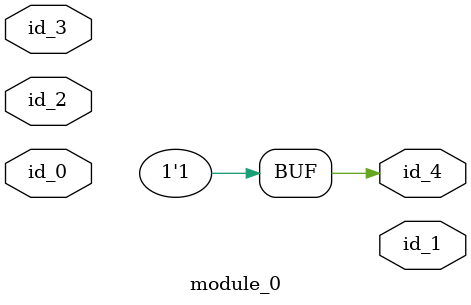
<source format=v>
module module_0 (
    input  id_0,
    output id_1,
    input  id_2,
    input  id_3,
    output id_4
);
  assign id_4 = 1;
  initial begin
    if (1'b0) id_4 = (id_2);
  end
endmodule

</source>
